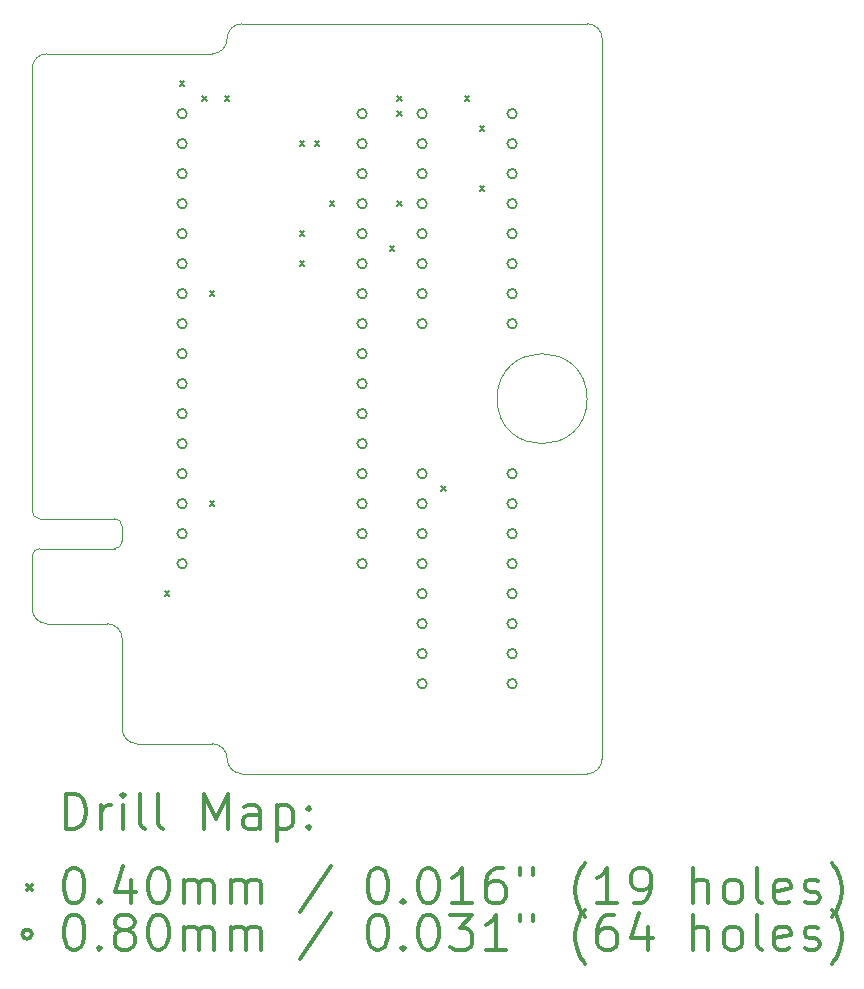
<source format=gbr>
%FSLAX45Y45*%
G04 Gerber Fmt 4.5, Leading zero omitted, Abs format (unit mm)*
G04 Created by KiCad (PCBNEW (5.1.2-1)-1) date 2023-07-30 19:33:04*
%MOMM*%
%LPD*%
G04 APERTURE LIST*
%ADD10C,0.050000*%
%ADD11C,0.200000*%
%ADD12C,0.300000*%
G04 APERTURE END LIST*
D10*
X6223000Y-4953000D02*
G75*
G03X6223000Y-4953000I-381000J0D01*
G01*
X2286000Y-6159500D02*
G75*
G02X2222500Y-6223000I-63500J0D01*
G01*
X2222500Y-5969000D02*
G75*
G02X2286000Y-6032500I0J-63500D01*
G01*
X2286000Y-6159500D02*
X2286000Y-6032500D01*
X1587500Y-5969000D02*
G75*
G02X1524000Y-5905500I0J63500D01*
G01*
X1524000Y-6286500D02*
G75*
G02X1587500Y-6223000I63500J0D01*
G01*
X3175000Y-1905000D02*
G75*
G02X3048000Y-2032000I-127000J0D01*
G01*
X3175000Y-1905000D02*
G75*
G02X3302000Y-1778000I127000J0D01*
G01*
X6223000Y-1778000D02*
G75*
G02X6350000Y-1905000I0J-127000D01*
G01*
X6350000Y-8001000D02*
G75*
G02X6223000Y-8128000I-127000J0D01*
G01*
X3302000Y-8128000D02*
G75*
G02X3175000Y-8001000I0J127000D01*
G01*
X3048000Y-7874000D02*
G75*
G02X3175000Y-8001000I0J-127000D01*
G01*
X2413000Y-7874000D02*
G75*
G02X2286000Y-7747000I0J127000D01*
G01*
X2159000Y-6858000D02*
G75*
G02X2286000Y-6985000I0J-127000D01*
G01*
X1651000Y-6858000D02*
G75*
G02X1524000Y-6731000I0J127000D01*
G01*
X1524000Y-2159000D02*
G75*
G02X1651000Y-2032000I127000J0D01*
G01*
X1524000Y-5905500D02*
X1524000Y-2159000D01*
X2222500Y-5969000D02*
X1587500Y-5969000D01*
X1587500Y-6223000D02*
X2222500Y-6223000D01*
X1524000Y-6731000D02*
X1524000Y-6286500D01*
X2159000Y-6858000D02*
X1651000Y-6858000D01*
X2286000Y-7747000D02*
X2286000Y-6985000D01*
X3048000Y-7874000D02*
X2413000Y-7874000D01*
X6223000Y-8128000D02*
X3302000Y-8128000D01*
X6350000Y-1905000D02*
X6350000Y-8001000D01*
X3302000Y-1778000D02*
X6223000Y-1778000D01*
X1651000Y-2032000D02*
X3048000Y-2032000D01*
D11*
X2647000Y-6584000D02*
X2687000Y-6624000D01*
X2687000Y-6584000D02*
X2647000Y-6624000D01*
X2774000Y-2266000D02*
X2814000Y-2306000D01*
X2814000Y-2266000D02*
X2774000Y-2306000D01*
X2964500Y-2393000D02*
X3004500Y-2433000D01*
X3004500Y-2393000D02*
X2964500Y-2433000D01*
X3028000Y-4044000D02*
X3068000Y-4084000D01*
X3068000Y-4044000D02*
X3028000Y-4084000D01*
X3028000Y-5822000D02*
X3068000Y-5862000D01*
X3068000Y-5822000D02*
X3028000Y-5862000D01*
X3155000Y-2393000D02*
X3195000Y-2433000D01*
X3195000Y-2393000D02*
X3155000Y-2433000D01*
X3790000Y-2774000D02*
X3830000Y-2814000D01*
X3830000Y-2774000D02*
X3790000Y-2814000D01*
X3790000Y-3536000D02*
X3830000Y-3576000D01*
X3830000Y-3536000D02*
X3790000Y-3576000D01*
X3790000Y-3790000D02*
X3830000Y-3830000D01*
X3830000Y-3790000D02*
X3790000Y-3830000D01*
X3917000Y-2774000D02*
X3957000Y-2814000D01*
X3957000Y-2774000D02*
X3917000Y-2814000D01*
X4044000Y-3282000D02*
X4084000Y-3322000D01*
X4084000Y-3282000D02*
X4044000Y-3322000D01*
X4552000Y-3663000D02*
X4592000Y-3703000D01*
X4592000Y-3663000D02*
X4552000Y-3703000D01*
X4615500Y-2393000D02*
X4655500Y-2433000D01*
X4655500Y-2393000D02*
X4615500Y-2433000D01*
X4615500Y-2520000D02*
X4655500Y-2560000D01*
X4655500Y-2520000D02*
X4615500Y-2560000D01*
X4615500Y-3282000D02*
X4655500Y-3322000D01*
X4655500Y-3282000D02*
X4615500Y-3322000D01*
X4987500Y-5695000D02*
X5027500Y-5735000D01*
X5027500Y-5695000D02*
X4987500Y-5735000D01*
X5187000Y-2393000D02*
X5227000Y-2433000D01*
X5227000Y-2393000D02*
X5187000Y-2433000D01*
X5314000Y-2647000D02*
X5354000Y-2687000D01*
X5354000Y-2647000D02*
X5314000Y-2687000D01*
X5314000Y-3155000D02*
X5354000Y-3195000D01*
X5354000Y-3155000D02*
X5314000Y-3195000D01*
X2834000Y-2540000D02*
G75*
G03X2834000Y-2540000I-40000J0D01*
G01*
X2834000Y-2794000D02*
G75*
G03X2834000Y-2794000I-40000J0D01*
G01*
X2834000Y-3048000D02*
G75*
G03X2834000Y-3048000I-40000J0D01*
G01*
X2834000Y-3302000D02*
G75*
G03X2834000Y-3302000I-40000J0D01*
G01*
X2834000Y-3556000D02*
G75*
G03X2834000Y-3556000I-40000J0D01*
G01*
X2834000Y-3810000D02*
G75*
G03X2834000Y-3810000I-40000J0D01*
G01*
X2834000Y-4064000D02*
G75*
G03X2834000Y-4064000I-40000J0D01*
G01*
X2834000Y-4318000D02*
G75*
G03X2834000Y-4318000I-40000J0D01*
G01*
X2834000Y-4572000D02*
G75*
G03X2834000Y-4572000I-40000J0D01*
G01*
X2834000Y-4826000D02*
G75*
G03X2834000Y-4826000I-40000J0D01*
G01*
X2834000Y-5080000D02*
G75*
G03X2834000Y-5080000I-40000J0D01*
G01*
X2834000Y-5334000D02*
G75*
G03X2834000Y-5334000I-40000J0D01*
G01*
X2834000Y-5588000D02*
G75*
G03X2834000Y-5588000I-40000J0D01*
G01*
X2834000Y-5842000D02*
G75*
G03X2834000Y-5842000I-40000J0D01*
G01*
X2834000Y-6096000D02*
G75*
G03X2834000Y-6096000I-40000J0D01*
G01*
X2834000Y-6350000D02*
G75*
G03X2834000Y-6350000I-40000J0D01*
G01*
X4358000Y-2540000D02*
G75*
G03X4358000Y-2540000I-40000J0D01*
G01*
X4358000Y-2794000D02*
G75*
G03X4358000Y-2794000I-40000J0D01*
G01*
X4358000Y-3048000D02*
G75*
G03X4358000Y-3048000I-40000J0D01*
G01*
X4358000Y-3302000D02*
G75*
G03X4358000Y-3302000I-40000J0D01*
G01*
X4358000Y-3556000D02*
G75*
G03X4358000Y-3556000I-40000J0D01*
G01*
X4358000Y-3810000D02*
G75*
G03X4358000Y-3810000I-40000J0D01*
G01*
X4358000Y-4064000D02*
G75*
G03X4358000Y-4064000I-40000J0D01*
G01*
X4358000Y-4318000D02*
G75*
G03X4358000Y-4318000I-40000J0D01*
G01*
X4358000Y-4572000D02*
G75*
G03X4358000Y-4572000I-40000J0D01*
G01*
X4358000Y-4826000D02*
G75*
G03X4358000Y-4826000I-40000J0D01*
G01*
X4358000Y-5080000D02*
G75*
G03X4358000Y-5080000I-40000J0D01*
G01*
X4358000Y-5334000D02*
G75*
G03X4358000Y-5334000I-40000J0D01*
G01*
X4358000Y-5588000D02*
G75*
G03X4358000Y-5588000I-40000J0D01*
G01*
X4358000Y-5842000D02*
G75*
G03X4358000Y-5842000I-40000J0D01*
G01*
X4358000Y-6096000D02*
G75*
G03X4358000Y-6096000I-40000J0D01*
G01*
X4358000Y-6350000D02*
G75*
G03X4358000Y-6350000I-40000J0D01*
G01*
X4866000Y-2540000D02*
G75*
G03X4866000Y-2540000I-40000J0D01*
G01*
X4866000Y-2794000D02*
G75*
G03X4866000Y-2794000I-40000J0D01*
G01*
X4866000Y-3048000D02*
G75*
G03X4866000Y-3048000I-40000J0D01*
G01*
X4866000Y-3302000D02*
G75*
G03X4866000Y-3302000I-40000J0D01*
G01*
X4866000Y-3556000D02*
G75*
G03X4866000Y-3556000I-40000J0D01*
G01*
X4866000Y-3810000D02*
G75*
G03X4866000Y-3810000I-40000J0D01*
G01*
X4866000Y-4064000D02*
G75*
G03X4866000Y-4064000I-40000J0D01*
G01*
X4866000Y-4318000D02*
G75*
G03X4866000Y-4318000I-40000J0D01*
G01*
X5628000Y-2540000D02*
G75*
G03X5628000Y-2540000I-40000J0D01*
G01*
X5628000Y-2794000D02*
G75*
G03X5628000Y-2794000I-40000J0D01*
G01*
X5628000Y-3048000D02*
G75*
G03X5628000Y-3048000I-40000J0D01*
G01*
X5628000Y-3302000D02*
G75*
G03X5628000Y-3302000I-40000J0D01*
G01*
X5628000Y-3556000D02*
G75*
G03X5628000Y-3556000I-40000J0D01*
G01*
X5628000Y-3810000D02*
G75*
G03X5628000Y-3810000I-40000J0D01*
G01*
X5628000Y-4064000D02*
G75*
G03X5628000Y-4064000I-40000J0D01*
G01*
X5628000Y-4318000D02*
G75*
G03X5628000Y-4318000I-40000J0D01*
G01*
X4866000Y-5588000D02*
G75*
G03X4866000Y-5588000I-40000J0D01*
G01*
X4866000Y-5842000D02*
G75*
G03X4866000Y-5842000I-40000J0D01*
G01*
X4866000Y-6096000D02*
G75*
G03X4866000Y-6096000I-40000J0D01*
G01*
X4866000Y-6350000D02*
G75*
G03X4866000Y-6350000I-40000J0D01*
G01*
X4866000Y-6604000D02*
G75*
G03X4866000Y-6604000I-40000J0D01*
G01*
X4866000Y-6858000D02*
G75*
G03X4866000Y-6858000I-40000J0D01*
G01*
X4866000Y-7112000D02*
G75*
G03X4866000Y-7112000I-40000J0D01*
G01*
X4866000Y-7366000D02*
G75*
G03X4866000Y-7366000I-40000J0D01*
G01*
X5628000Y-5588000D02*
G75*
G03X5628000Y-5588000I-40000J0D01*
G01*
X5628000Y-5842000D02*
G75*
G03X5628000Y-5842000I-40000J0D01*
G01*
X5628000Y-6096000D02*
G75*
G03X5628000Y-6096000I-40000J0D01*
G01*
X5628000Y-6350000D02*
G75*
G03X5628000Y-6350000I-40000J0D01*
G01*
X5628000Y-6604000D02*
G75*
G03X5628000Y-6604000I-40000J0D01*
G01*
X5628000Y-6858000D02*
G75*
G03X5628000Y-6858000I-40000J0D01*
G01*
X5628000Y-7112000D02*
G75*
G03X5628000Y-7112000I-40000J0D01*
G01*
X5628000Y-7366000D02*
G75*
G03X5628000Y-7366000I-40000J0D01*
G01*
D12*
X1807928Y-8596214D02*
X1807928Y-8296214D01*
X1879357Y-8296214D01*
X1922214Y-8310500D01*
X1950786Y-8339071D01*
X1965071Y-8367643D01*
X1979357Y-8424786D01*
X1979357Y-8467643D01*
X1965071Y-8524786D01*
X1950786Y-8553357D01*
X1922214Y-8581929D01*
X1879357Y-8596214D01*
X1807928Y-8596214D01*
X2107928Y-8596214D02*
X2107928Y-8396214D01*
X2107928Y-8453357D02*
X2122214Y-8424786D01*
X2136500Y-8410500D01*
X2165071Y-8396214D01*
X2193643Y-8396214D01*
X2293643Y-8596214D02*
X2293643Y-8396214D01*
X2293643Y-8296214D02*
X2279357Y-8310500D01*
X2293643Y-8324786D01*
X2307928Y-8310500D01*
X2293643Y-8296214D01*
X2293643Y-8324786D01*
X2479357Y-8596214D02*
X2450786Y-8581929D01*
X2436500Y-8553357D01*
X2436500Y-8296214D01*
X2636500Y-8596214D02*
X2607928Y-8581929D01*
X2593643Y-8553357D01*
X2593643Y-8296214D01*
X2979357Y-8596214D02*
X2979357Y-8296214D01*
X3079357Y-8510500D01*
X3179357Y-8296214D01*
X3179357Y-8596214D01*
X3450786Y-8596214D02*
X3450786Y-8439072D01*
X3436500Y-8410500D01*
X3407928Y-8396214D01*
X3350786Y-8396214D01*
X3322214Y-8410500D01*
X3450786Y-8581929D02*
X3422214Y-8596214D01*
X3350786Y-8596214D01*
X3322214Y-8581929D01*
X3307928Y-8553357D01*
X3307928Y-8524786D01*
X3322214Y-8496214D01*
X3350786Y-8481929D01*
X3422214Y-8481929D01*
X3450786Y-8467643D01*
X3593643Y-8396214D02*
X3593643Y-8696214D01*
X3593643Y-8410500D02*
X3622214Y-8396214D01*
X3679357Y-8396214D01*
X3707928Y-8410500D01*
X3722214Y-8424786D01*
X3736500Y-8453357D01*
X3736500Y-8539072D01*
X3722214Y-8567643D01*
X3707928Y-8581929D01*
X3679357Y-8596214D01*
X3622214Y-8596214D01*
X3593643Y-8581929D01*
X3865071Y-8567643D02*
X3879357Y-8581929D01*
X3865071Y-8596214D01*
X3850786Y-8581929D01*
X3865071Y-8567643D01*
X3865071Y-8596214D01*
X3865071Y-8410500D02*
X3879357Y-8424786D01*
X3865071Y-8439072D01*
X3850786Y-8424786D01*
X3865071Y-8410500D01*
X3865071Y-8439072D01*
X1481500Y-9070500D02*
X1521500Y-9110500D01*
X1521500Y-9070500D02*
X1481500Y-9110500D01*
X1865071Y-8926214D02*
X1893643Y-8926214D01*
X1922214Y-8940500D01*
X1936500Y-8954786D01*
X1950786Y-8983357D01*
X1965071Y-9040500D01*
X1965071Y-9111929D01*
X1950786Y-9169072D01*
X1936500Y-9197643D01*
X1922214Y-9211929D01*
X1893643Y-9226214D01*
X1865071Y-9226214D01*
X1836500Y-9211929D01*
X1822214Y-9197643D01*
X1807928Y-9169072D01*
X1793643Y-9111929D01*
X1793643Y-9040500D01*
X1807928Y-8983357D01*
X1822214Y-8954786D01*
X1836500Y-8940500D01*
X1865071Y-8926214D01*
X2093643Y-9197643D02*
X2107928Y-9211929D01*
X2093643Y-9226214D01*
X2079357Y-9211929D01*
X2093643Y-9197643D01*
X2093643Y-9226214D01*
X2365071Y-9026214D02*
X2365071Y-9226214D01*
X2293643Y-8911929D02*
X2222214Y-9126214D01*
X2407928Y-9126214D01*
X2579357Y-8926214D02*
X2607928Y-8926214D01*
X2636500Y-8940500D01*
X2650786Y-8954786D01*
X2665071Y-8983357D01*
X2679357Y-9040500D01*
X2679357Y-9111929D01*
X2665071Y-9169072D01*
X2650786Y-9197643D01*
X2636500Y-9211929D01*
X2607928Y-9226214D01*
X2579357Y-9226214D01*
X2550786Y-9211929D01*
X2536500Y-9197643D01*
X2522214Y-9169072D01*
X2507928Y-9111929D01*
X2507928Y-9040500D01*
X2522214Y-8983357D01*
X2536500Y-8954786D01*
X2550786Y-8940500D01*
X2579357Y-8926214D01*
X2807928Y-9226214D02*
X2807928Y-9026214D01*
X2807928Y-9054786D02*
X2822214Y-9040500D01*
X2850786Y-9026214D01*
X2893643Y-9026214D01*
X2922214Y-9040500D01*
X2936500Y-9069072D01*
X2936500Y-9226214D01*
X2936500Y-9069072D02*
X2950786Y-9040500D01*
X2979357Y-9026214D01*
X3022214Y-9026214D01*
X3050786Y-9040500D01*
X3065071Y-9069072D01*
X3065071Y-9226214D01*
X3207928Y-9226214D02*
X3207928Y-9026214D01*
X3207928Y-9054786D02*
X3222214Y-9040500D01*
X3250786Y-9026214D01*
X3293643Y-9026214D01*
X3322214Y-9040500D01*
X3336500Y-9069072D01*
X3336500Y-9226214D01*
X3336500Y-9069072D02*
X3350786Y-9040500D01*
X3379357Y-9026214D01*
X3422214Y-9026214D01*
X3450786Y-9040500D01*
X3465071Y-9069072D01*
X3465071Y-9226214D01*
X4050786Y-8911929D02*
X3793643Y-9297643D01*
X4436500Y-8926214D02*
X4465071Y-8926214D01*
X4493643Y-8940500D01*
X4507928Y-8954786D01*
X4522214Y-8983357D01*
X4536500Y-9040500D01*
X4536500Y-9111929D01*
X4522214Y-9169072D01*
X4507928Y-9197643D01*
X4493643Y-9211929D01*
X4465071Y-9226214D01*
X4436500Y-9226214D01*
X4407928Y-9211929D01*
X4393643Y-9197643D01*
X4379357Y-9169072D01*
X4365071Y-9111929D01*
X4365071Y-9040500D01*
X4379357Y-8983357D01*
X4393643Y-8954786D01*
X4407928Y-8940500D01*
X4436500Y-8926214D01*
X4665071Y-9197643D02*
X4679357Y-9211929D01*
X4665071Y-9226214D01*
X4650786Y-9211929D01*
X4665071Y-9197643D01*
X4665071Y-9226214D01*
X4865071Y-8926214D02*
X4893643Y-8926214D01*
X4922214Y-8940500D01*
X4936500Y-8954786D01*
X4950786Y-8983357D01*
X4965071Y-9040500D01*
X4965071Y-9111929D01*
X4950786Y-9169072D01*
X4936500Y-9197643D01*
X4922214Y-9211929D01*
X4893643Y-9226214D01*
X4865071Y-9226214D01*
X4836500Y-9211929D01*
X4822214Y-9197643D01*
X4807928Y-9169072D01*
X4793643Y-9111929D01*
X4793643Y-9040500D01*
X4807928Y-8983357D01*
X4822214Y-8954786D01*
X4836500Y-8940500D01*
X4865071Y-8926214D01*
X5250786Y-9226214D02*
X5079357Y-9226214D01*
X5165071Y-9226214D02*
X5165071Y-8926214D01*
X5136500Y-8969072D01*
X5107928Y-8997643D01*
X5079357Y-9011929D01*
X5507928Y-8926214D02*
X5450786Y-8926214D01*
X5422214Y-8940500D01*
X5407928Y-8954786D01*
X5379357Y-8997643D01*
X5365071Y-9054786D01*
X5365071Y-9169072D01*
X5379357Y-9197643D01*
X5393643Y-9211929D01*
X5422214Y-9226214D01*
X5479357Y-9226214D01*
X5507928Y-9211929D01*
X5522214Y-9197643D01*
X5536500Y-9169072D01*
X5536500Y-9097643D01*
X5522214Y-9069072D01*
X5507928Y-9054786D01*
X5479357Y-9040500D01*
X5422214Y-9040500D01*
X5393643Y-9054786D01*
X5379357Y-9069072D01*
X5365071Y-9097643D01*
X5650786Y-8926214D02*
X5650786Y-8983357D01*
X5765071Y-8926214D02*
X5765071Y-8983357D01*
X6207928Y-9340500D02*
X6193643Y-9326214D01*
X6165071Y-9283357D01*
X6150786Y-9254786D01*
X6136500Y-9211929D01*
X6122214Y-9140500D01*
X6122214Y-9083357D01*
X6136500Y-9011929D01*
X6150786Y-8969072D01*
X6165071Y-8940500D01*
X6193643Y-8897643D01*
X6207928Y-8883357D01*
X6479357Y-9226214D02*
X6307928Y-9226214D01*
X6393643Y-9226214D02*
X6393643Y-8926214D01*
X6365071Y-8969072D01*
X6336500Y-8997643D01*
X6307928Y-9011929D01*
X6622214Y-9226214D02*
X6679357Y-9226214D01*
X6707928Y-9211929D01*
X6722214Y-9197643D01*
X6750786Y-9154786D01*
X6765071Y-9097643D01*
X6765071Y-8983357D01*
X6750786Y-8954786D01*
X6736500Y-8940500D01*
X6707928Y-8926214D01*
X6650786Y-8926214D01*
X6622214Y-8940500D01*
X6607928Y-8954786D01*
X6593643Y-8983357D01*
X6593643Y-9054786D01*
X6607928Y-9083357D01*
X6622214Y-9097643D01*
X6650786Y-9111929D01*
X6707928Y-9111929D01*
X6736500Y-9097643D01*
X6750786Y-9083357D01*
X6765071Y-9054786D01*
X7122214Y-9226214D02*
X7122214Y-8926214D01*
X7250786Y-9226214D02*
X7250786Y-9069072D01*
X7236500Y-9040500D01*
X7207928Y-9026214D01*
X7165071Y-9026214D01*
X7136500Y-9040500D01*
X7122214Y-9054786D01*
X7436500Y-9226214D02*
X7407928Y-9211929D01*
X7393643Y-9197643D01*
X7379357Y-9169072D01*
X7379357Y-9083357D01*
X7393643Y-9054786D01*
X7407928Y-9040500D01*
X7436500Y-9026214D01*
X7479357Y-9026214D01*
X7507928Y-9040500D01*
X7522214Y-9054786D01*
X7536500Y-9083357D01*
X7536500Y-9169072D01*
X7522214Y-9197643D01*
X7507928Y-9211929D01*
X7479357Y-9226214D01*
X7436500Y-9226214D01*
X7707928Y-9226214D02*
X7679357Y-9211929D01*
X7665071Y-9183357D01*
X7665071Y-8926214D01*
X7936500Y-9211929D02*
X7907928Y-9226214D01*
X7850786Y-9226214D01*
X7822214Y-9211929D01*
X7807928Y-9183357D01*
X7807928Y-9069072D01*
X7822214Y-9040500D01*
X7850786Y-9026214D01*
X7907928Y-9026214D01*
X7936500Y-9040500D01*
X7950786Y-9069072D01*
X7950786Y-9097643D01*
X7807928Y-9126214D01*
X8065071Y-9211929D02*
X8093643Y-9226214D01*
X8150786Y-9226214D01*
X8179357Y-9211929D01*
X8193643Y-9183357D01*
X8193643Y-9169072D01*
X8179357Y-9140500D01*
X8150786Y-9126214D01*
X8107928Y-9126214D01*
X8079357Y-9111929D01*
X8065071Y-9083357D01*
X8065071Y-9069072D01*
X8079357Y-9040500D01*
X8107928Y-9026214D01*
X8150786Y-9026214D01*
X8179357Y-9040500D01*
X8293643Y-9340500D02*
X8307928Y-9326214D01*
X8336500Y-9283357D01*
X8350786Y-9254786D01*
X8365071Y-9211929D01*
X8379357Y-9140500D01*
X8379357Y-9083357D01*
X8365071Y-9011929D01*
X8350786Y-8969072D01*
X8336500Y-8940500D01*
X8307928Y-8897643D01*
X8293643Y-8883357D01*
X1521500Y-9486500D02*
G75*
G03X1521500Y-9486500I-40000J0D01*
G01*
X1865071Y-9322214D02*
X1893643Y-9322214D01*
X1922214Y-9336500D01*
X1936500Y-9350786D01*
X1950786Y-9379357D01*
X1965071Y-9436500D01*
X1965071Y-9507929D01*
X1950786Y-9565072D01*
X1936500Y-9593643D01*
X1922214Y-9607929D01*
X1893643Y-9622214D01*
X1865071Y-9622214D01*
X1836500Y-9607929D01*
X1822214Y-9593643D01*
X1807928Y-9565072D01*
X1793643Y-9507929D01*
X1793643Y-9436500D01*
X1807928Y-9379357D01*
X1822214Y-9350786D01*
X1836500Y-9336500D01*
X1865071Y-9322214D01*
X2093643Y-9593643D02*
X2107928Y-9607929D01*
X2093643Y-9622214D01*
X2079357Y-9607929D01*
X2093643Y-9593643D01*
X2093643Y-9622214D01*
X2279357Y-9450786D02*
X2250786Y-9436500D01*
X2236500Y-9422214D01*
X2222214Y-9393643D01*
X2222214Y-9379357D01*
X2236500Y-9350786D01*
X2250786Y-9336500D01*
X2279357Y-9322214D01*
X2336500Y-9322214D01*
X2365071Y-9336500D01*
X2379357Y-9350786D01*
X2393643Y-9379357D01*
X2393643Y-9393643D01*
X2379357Y-9422214D01*
X2365071Y-9436500D01*
X2336500Y-9450786D01*
X2279357Y-9450786D01*
X2250786Y-9465072D01*
X2236500Y-9479357D01*
X2222214Y-9507929D01*
X2222214Y-9565072D01*
X2236500Y-9593643D01*
X2250786Y-9607929D01*
X2279357Y-9622214D01*
X2336500Y-9622214D01*
X2365071Y-9607929D01*
X2379357Y-9593643D01*
X2393643Y-9565072D01*
X2393643Y-9507929D01*
X2379357Y-9479357D01*
X2365071Y-9465072D01*
X2336500Y-9450786D01*
X2579357Y-9322214D02*
X2607928Y-9322214D01*
X2636500Y-9336500D01*
X2650786Y-9350786D01*
X2665071Y-9379357D01*
X2679357Y-9436500D01*
X2679357Y-9507929D01*
X2665071Y-9565072D01*
X2650786Y-9593643D01*
X2636500Y-9607929D01*
X2607928Y-9622214D01*
X2579357Y-9622214D01*
X2550786Y-9607929D01*
X2536500Y-9593643D01*
X2522214Y-9565072D01*
X2507928Y-9507929D01*
X2507928Y-9436500D01*
X2522214Y-9379357D01*
X2536500Y-9350786D01*
X2550786Y-9336500D01*
X2579357Y-9322214D01*
X2807928Y-9622214D02*
X2807928Y-9422214D01*
X2807928Y-9450786D02*
X2822214Y-9436500D01*
X2850786Y-9422214D01*
X2893643Y-9422214D01*
X2922214Y-9436500D01*
X2936500Y-9465072D01*
X2936500Y-9622214D01*
X2936500Y-9465072D02*
X2950786Y-9436500D01*
X2979357Y-9422214D01*
X3022214Y-9422214D01*
X3050786Y-9436500D01*
X3065071Y-9465072D01*
X3065071Y-9622214D01*
X3207928Y-9622214D02*
X3207928Y-9422214D01*
X3207928Y-9450786D02*
X3222214Y-9436500D01*
X3250786Y-9422214D01*
X3293643Y-9422214D01*
X3322214Y-9436500D01*
X3336500Y-9465072D01*
X3336500Y-9622214D01*
X3336500Y-9465072D02*
X3350786Y-9436500D01*
X3379357Y-9422214D01*
X3422214Y-9422214D01*
X3450786Y-9436500D01*
X3465071Y-9465072D01*
X3465071Y-9622214D01*
X4050786Y-9307929D02*
X3793643Y-9693643D01*
X4436500Y-9322214D02*
X4465071Y-9322214D01*
X4493643Y-9336500D01*
X4507928Y-9350786D01*
X4522214Y-9379357D01*
X4536500Y-9436500D01*
X4536500Y-9507929D01*
X4522214Y-9565072D01*
X4507928Y-9593643D01*
X4493643Y-9607929D01*
X4465071Y-9622214D01*
X4436500Y-9622214D01*
X4407928Y-9607929D01*
X4393643Y-9593643D01*
X4379357Y-9565072D01*
X4365071Y-9507929D01*
X4365071Y-9436500D01*
X4379357Y-9379357D01*
X4393643Y-9350786D01*
X4407928Y-9336500D01*
X4436500Y-9322214D01*
X4665071Y-9593643D02*
X4679357Y-9607929D01*
X4665071Y-9622214D01*
X4650786Y-9607929D01*
X4665071Y-9593643D01*
X4665071Y-9622214D01*
X4865071Y-9322214D02*
X4893643Y-9322214D01*
X4922214Y-9336500D01*
X4936500Y-9350786D01*
X4950786Y-9379357D01*
X4965071Y-9436500D01*
X4965071Y-9507929D01*
X4950786Y-9565072D01*
X4936500Y-9593643D01*
X4922214Y-9607929D01*
X4893643Y-9622214D01*
X4865071Y-9622214D01*
X4836500Y-9607929D01*
X4822214Y-9593643D01*
X4807928Y-9565072D01*
X4793643Y-9507929D01*
X4793643Y-9436500D01*
X4807928Y-9379357D01*
X4822214Y-9350786D01*
X4836500Y-9336500D01*
X4865071Y-9322214D01*
X5065071Y-9322214D02*
X5250786Y-9322214D01*
X5150786Y-9436500D01*
X5193643Y-9436500D01*
X5222214Y-9450786D01*
X5236500Y-9465072D01*
X5250786Y-9493643D01*
X5250786Y-9565072D01*
X5236500Y-9593643D01*
X5222214Y-9607929D01*
X5193643Y-9622214D01*
X5107928Y-9622214D01*
X5079357Y-9607929D01*
X5065071Y-9593643D01*
X5536500Y-9622214D02*
X5365071Y-9622214D01*
X5450786Y-9622214D02*
X5450786Y-9322214D01*
X5422214Y-9365072D01*
X5393643Y-9393643D01*
X5365071Y-9407929D01*
X5650786Y-9322214D02*
X5650786Y-9379357D01*
X5765071Y-9322214D02*
X5765071Y-9379357D01*
X6207928Y-9736500D02*
X6193643Y-9722214D01*
X6165071Y-9679357D01*
X6150786Y-9650786D01*
X6136500Y-9607929D01*
X6122214Y-9536500D01*
X6122214Y-9479357D01*
X6136500Y-9407929D01*
X6150786Y-9365072D01*
X6165071Y-9336500D01*
X6193643Y-9293643D01*
X6207928Y-9279357D01*
X6450786Y-9322214D02*
X6393643Y-9322214D01*
X6365071Y-9336500D01*
X6350786Y-9350786D01*
X6322214Y-9393643D01*
X6307928Y-9450786D01*
X6307928Y-9565072D01*
X6322214Y-9593643D01*
X6336500Y-9607929D01*
X6365071Y-9622214D01*
X6422214Y-9622214D01*
X6450786Y-9607929D01*
X6465071Y-9593643D01*
X6479357Y-9565072D01*
X6479357Y-9493643D01*
X6465071Y-9465072D01*
X6450786Y-9450786D01*
X6422214Y-9436500D01*
X6365071Y-9436500D01*
X6336500Y-9450786D01*
X6322214Y-9465072D01*
X6307928Y-9493643D01*
X6736500Y-9422214D02*
X6736500Y-9622214D01*
X6665071Y-9307929D02*
X6593643Y-9522214D01*
X6779357Y-9522214D01*
X7122214Y-9622214D02*
X7122214Y-9322214D01*
X7250786Y-9622214D02*
X7250786Y-9465072D01*
X7236500Y-9436500D01*
X7207928Y-9422214D01*
X7165071Y-9422214D01*
X7136500Y-9436500D01*
X7122214Y-9450786D01*
X7436500Y-9622214D02*
X7407928Y-9607929D01*
X7393643Y-9593643D01*
X7379357Y-9565072D01*
X7379357Y-9479357D01*
X7393643Y-9450786D01*
X7407928Y-9436500D01*
X7436500Y-9422214D01*
X7479357Y-9422214D01*
X7507928Y-9436500D01*
X7522214Y-9450786D01*
X7536500Y-9479357D01*
X7536500Y-9565072D01*
X7522214Y-9593643D01*
X7507928Y-9607929D01*
X7479357Y-9622214D01*
X7436500Y-9622214D01*
X7707928Y-9622214D02*
X7679357Y-9607929D01*
X7665071Y-9579357D01*
X7665071Y-9322214D01*
X7936500Y-9607929D02*
X7907928Y-9622214D01*
X7850786Y-9622214D01*
X7822214Y-9607929D01*
X7807928Y-9579357D01*
X7807928Y-9465072D01*
X7822214Y-9436500D01*
X7850786Y-9422214D01*
X7907928Y-9422214D01*
X7936500Y-9436500D01*
X7950786Y-9465072D01*
X7950786Y-9493643D01*
X7807928Y-9522214D01*
X8065071Y-9607929D02*
X8093643Y-9622214D01*
X8150786Y-9622214D01*
X8179357Y-9607929D01*
X8193643Y-9579357D01*
X8193643Y-9565072D01*
X8179357Y-9536500D01*
X8150786Y-9522214D01*
X8107928Y-9522214D01*
X8079357Y-9507929D01*
X8065071Y-9479357D01*
X8065071Y-9465072D01*
X8079357Y-9436500D01*
X8107928Y-9422214D01*
X8150786Y-9422214D01*
X8179357Y-9436500D01*
X8293643Y-9736500D02*
X8307928Y-9722214D01*
X8336500Y-9679357D01*
X8350786Y-9650786D01*
X8365071Y-9607929D01*
X8379357Y-9536500D01*
X8379357Y-9479357D01*
X8365071Y-9407929D01*
X8350786Y-9365072D01*
X8336500Y-9336500D01*
X8307928Y-9293643D01*
X8293643Y-9279357D01*
M02*

</source>
